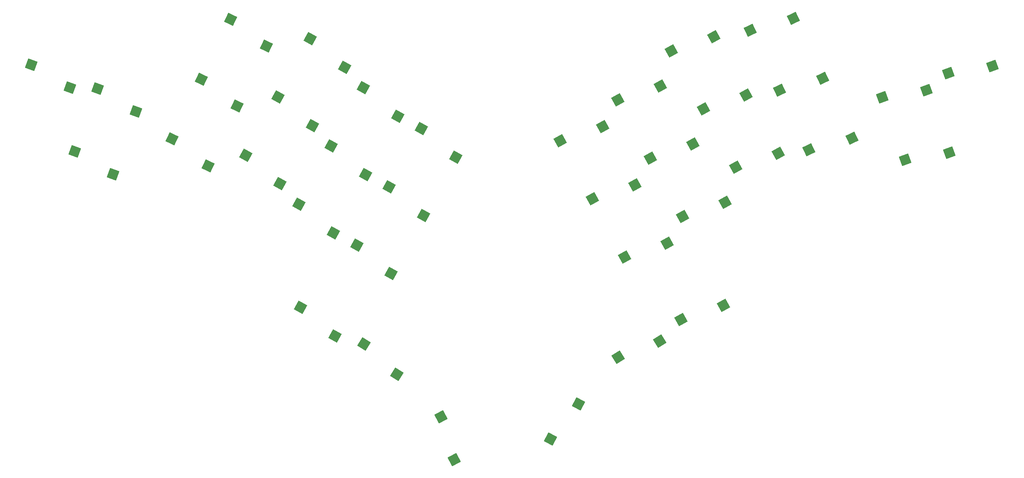
<source format=gbr>
%TF.GenerationSoftware,KiCad,Pcbnew,8.0.2-1*%
%TF.CreationDate,2024-06-17T15:58:38+09:00*%
%TF.ProjectId,tolkeeb_zero,746f6c6b-6565-4625-9f7a-65726f2e6b69,v1.0.0*%
%TF.SameCoordinates,Original*%
%TF.FileFunction,Paste,Bot*%
%TF.FilePolarity,Positive*%
%FSLAX46Y46*%
G04 Gerber Fmt 4.6, Leading zero omitted, Abs format (unit mm)*
G04 Created by KiCad (PCBNEW 8.0.2-1) date 2024-06-17 15:58:38*
%MOMM*%
%LPD*%
G01*
G04 APERTURE LIST*
G04 Aperture macros list*
%AMRotRect*
0 Rectangle, with rotation*
0 The origin of the aperture is its center*
0 $1 length*
0 $2 width*
0 $3 Rotation angle, in degrees counterclockwise*
0 Add horizontal line*
21,1,$1,$2,0,0,$3*%
G04 Aperture macros list end*
%ADD10RotRect,2.600000X2.600000X331.000000*%
%ADD11RotRect,2.600000X2.600000X32.000000*%
%ADD12RotRect,2.600000X2.600000X29.000000*%
%ADD13RotRect,2.600000X2.600000X20.000000*%
%ADD14RotRect,2.600000X2.600000X328.000000*%
%ADD15RotRect,2.600000X2.600000X298.000000*%
%ADD16RotRect,2.600000X2.600000X340.000000*%
%ADD17RotRect,2.600000X2.600000X334.000000*%
%ADD18RotRect,2.600000X2.600000X26.000000*%
%ADD19RotRect,2.600000X2.600000X62.000000*%
G04 APERTURE END LIST*
D10*
%TO.C,S8*%
X91612536Y-113631128D03*
X100647812Y-121154843D03*
%TD*%
D11*
%TO.C,S35*%
X180996391Y-182053600D03*
X191957170Y-177798739D03*
%TD*%
D12*
%TO.C,S23*%
X203458705Y-116806629D03*
X214627144Y-113131240D03*
%TD*%
%TO.C,S26*%
X189459884Y-129711397D03*
X200628323Y-126036008D03*
%TD*%
D10*
%TO.C,S15*%
X129306372Y-121948266D03*
X138341648Y-129471981D03*
%TD*%
%TO.C,S13*%
X112338037Y-152559955D03*
X121373313Y-160083670D03*
%TD*%
%TO.C,S31*%
X97541533Y-168940232D03*
X106576809Y-176463947D03*
%TD*%
%TO.C,S14*%
X120822204Y-137254111D03*
X129857480Y-144777826D03*
%TD*%
D13*
%TO.C,S17*%
X256446746Y-130158294D03*
X268052640Y-128275285D03*
%TD*%
D12*
%TO.C,S24*%
X194974536Y-101500784D03*
X206142975Y-97825395D03*
%TD*%
%TO.C,S27*%
X180975714Y-114405552D03*
X192144153Y-110730163D03*
%TD*%
D13*
%TO.C,S18*%
X250461395Y-113713673D03*
X262067289Y-111830664D03*
%TD*%
D14*
%TO.C,S32*%
X114248897Y-178582626D03*
X122878030Y-186568900D03*
%TD*%
D12*
%TO.C,S30*%
X165764869Y-125123769D03*
X176933308Y-121448380D03*
%TD*%
D13*
%TO.C,S16*%
X267845706Y-107386300D03*
X279451600Y-105503291D03*
%TD*%
D15*
%TO.C,S33*%
X134435529Y-197744405D03*
X137915439Y-208975287D03*
%TD*%
D16*
%TO.C,S3*%
X44183620Y-111473442D03*
X54284625Y-117491099D03*
%TD*%
D10*
%TO.C,S9*%
X100096706Y-98325283D03*
X109131982Y-105848998D03*
%TD*%
%TO.C,S7*%
X83128369Y-128936972D03*
X92163645Y-136460687D03*
%TD*%
D16*
%TO.C,S2*%
X38198269Y-127918060D03*
X48299274Y-133935717D03*
%TD*%
D17*
%TO.C,S6*%
X79144012Y-93228743D03*
X88560667Y-100269275D03*
%TD*%
%TO.C,S5*%
X71472519Y-108957638D03*
X80889174Y-115998170D03*
%TD*%
D18*
%TO.C,S19*%
X231111878Y-127557865D03*
X242457366Y-124472025D03*
%TD*%
%TO.C,S21*%
X215768888Y-96100071D03*
X227114376Y-93014231D03*
%TD*%
D16*
%TO.C,S1*%
X26799309Y-105146070D03*
X36900314Y-111163727D03*
%TD*%
D19*
%TO.C,S36*%
X163289436Y-203527712D03*
X170654319Y-194362504D03*
%TD*%
D12*
%TO.C,S25*%
X197944051Y-145017241D03*
X209112490Y-141341852D03*
%TD*%
D10*
%TO.C,S11*%
X105611360Y-126535893D03*
X114646636Y-134059608D03*
%TD*%
%TO.C,S10*%
X97127194Y-141841738D03*
X106162470Y-149365453D03*
%TD*%
D17*
%TO.C,S4*%
X63801024Y-124686533D03*
X73217679Y-131727065D03*
%TD*%
D12*
%TO.C,S22*%
X211942873Y-132112473D03*
X223111312Y-128437084D03*
%TD*%
%TO.C,S28*%
X182733205Y-155735459D03*
X193901644Y-152060070D03*
%TD*%
%TO.C,S29*%
X174249037Y-140429613D03*
X185417476Y-136754224D03*
%TD*%
%TO.C,S34*%
X197529709Y-172115734D03*
X208698148Y-168440345D03*
%TD*%
D18*
%TO.C,S20*%
X223440382Y-111828968D03*
X234785870Y-108743128D03*
%TD*%
D10*
%TO.C,S12*%
X114095527Y-111230048D03*
X123130803Y-118753763D03*
%TD*%
M02*

</source>
